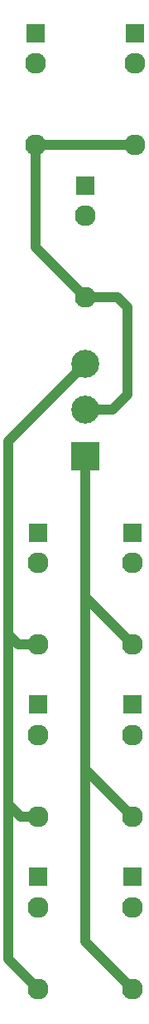
<source format=gbr>
%TF.GenerationSoftware,KiCad,Pcbnew,(5.1.8)-1*%
%TF.CreationDate,2021-01-05T22:18:11+01:00*%
%TF.ProjectId,Paco,5061636f-2e6b-4696-9361-645f70636258,rev?*%
%TF.SameCoordinates,Original*%
%TF.FileFunction,Copper,L1,Top*%
%TF.FilePolarity,Positive*%
%FSLAX46Y46*%
G04 Gerber Fmt 4.6, Leading zero omitted, Abs format (unit mm)*
G04 Created by KiCad (PCBNEW (5.1.8)-1) date 2021-01-05 22:18:11*
%MOMM*%
%LPD*%
G01*
G04 APERTURE LIST*
%TA.AperFunction,ComponentPad*%
%ADD10C,2.130000*%
%TD*%
%TA.AperFunction,ComponentPad*%
%ADD11R,1.930000X1.830000*%
%TD*%
%TA.AperFunction,ComponentPad*%
%ADD12C,2.850000*%
%TD*%
%TA.AperFunction,ComponentPad*%
%ADD13R,2.850000X2.850000*%
%TD*%
%TA.AperFunction,Conductor*%
%ADD14C,1.000000*%
%TD*%
G04 APERTURE END LIST*
D10*
%TO.P,J9,T*%
%TO.N,Net-(J3-PadT)*%
X116586000Y-150338000D03*
D11*
%TO.P,J9,S*%
%TO.N,GND*%
X116586000Y-138938000D03*
D10*
%TO.P,J9,TN*%
%TO.N,N/C*%
X116586000Y-142038000D03*
%TD*%
%TO.P,J8,T*%
%TO.N,Net-(J1-PadT)*%
X106934000Y-150338000D03*
D11*
%TO.P,J8,S*%
%TO.N,GND*%
X106934000Y-138938000D03*
D10*
%TO.P,J8,TN*%
%TO.N,N/C*%
X106934000Y-142038000D03*
%TD*%
D12*
%TO.P,SW1,3*%
%TO.N,Net-(J1-PadT)*%
X111760000Y-86740000D03*
%TO.P,SW1,2*%
%TO.N,Net-(J5-PadT)*%
X111760000Y-91440000D03*
D13*
%TO.P,SW1,1*%
%TO.N,Net-(J3-PadT)*%
X111760000Y-96140000D03*
%TD*%
D10*
%TO.P,J4,T*%
%TO.N,Net-(J3-PadT)*%
X116586000Y-132812000D03*
D11*
%TO.P,J4,S*%
%TO.N,GND*%
X116586000Y-121412000D03*
D10*
%TO.P,J4,TN*%
%TO.N,N/C*%
X116586000Y-124512000D03*
%TD*%
%TO.P,J7,T*%
%TO.N,Net-(J5-PadT)*%
X106680000Y-64516000D03*
D11*
%TO.P,J7,S*%
%TO.N,GND*%
X106680000Y-53116000D03*
D10*
%TO.P,J7,TN*%
%TO.N,N/C*%
X106680000Y-56216000D03*
%TD*%
%TO.P,J6,T*%
%TO.N,Net-(J5-PadT)*%
X111760000Y-80010000D03*
D11*
%TO.P,J6,S*%
%TO.N,GND*%
X111760000Y-68610000D03*
D10*
%TO.P,J6,TN*%
%TO.N,N/C*%
X111760000Y-71710000D03*
%TD*%
%TO.P,J5,T*%
%TO.N,Net-(J5-PadT)*%
X116840000Y-64516000D03*
D11*
%TO.P,J5,S*%
%TO.N,GND*%
X116840000Y-53116000D03*
D10*
%TO.P,J5,TN*%
%TO.N,N/C*%
X116840000Y-56216000D03*
%TD*%
%TO.P,J3,T*%
%TO.N,Net-(J3-PadT)*%
X116586000Y-115316000D03*
D11*
%TO.P,J3,S*%
%TO.N,GND*%
X116586000Y-103916000D03*
D10*
%TO.P,J3,TN*%
%TO.N,N/C*%
X116586000Y-107016000D03*
%TD*%
%TO.P,J2,T*%
%TO.N,Net-(J1-PadT)*%
X106934000Y-132812000D03*
D11*
%TO.P,J2,S*%
%TO.N,GND*%
X106934000Y-121412000D03*
D10*
%TO.P,J2,TN*%
%TO.N,N/C*%
X106934000Y-124512000D03*
%TD*%
%TO.P,J1,T*%
%TO.N,Net-(J1-PadT)*%
X106934000Y-115316000D03*
D11*
%TO.P,J1,S*%
%TO.N,GND*%
X106934000Y-103916000D03*
D10*
%TO.P,J1,TN*%
%TO.N,N/C*%
X106934000Y-107016000D03*
%TD*%
D14*
%TO.N,Net-(J1-PadT)*%
X106934000Y-150338000D02*
X103886000Y-147290000D01*
X103886000Y-94614000D02*
X111760000Y-86740000D01*
X104902000Y-115316000D02*
X103886000Y-114300000D01*
X106934000Y-115316000D02*
X104902000Y-115316000D01*
X103886000Y-114300000D02*
X103886000Y-94614000D01*
X105126000Y-132812000D02*
X103886000Y-131572000D01*
X106934000Y-132812000D02*
X105126000Y-132812000D01*
X103886000Y-131572000D02*
X103886000Y-114300000D01*
X103886000Y-147290000D02*
X103886000Y-131572000D01*
%TO.N,Net-(J3-PadT)*%
X111760000Y-110490000D02*
X116586000Y-115316000D01*
X116586000Y-132812000D02*
X111760000Y-127986000D01*
X111760000Y-109728000D02*
X111760000Y-110490000D01*
X111760000Y-96140000D02*
X111760000Y-109728000D01*
X116586000Y-150338000D02*
X111760000Y-145512000D01*
X111760000Y-145512000D02*
X111760000Y-126746000D01*
X111760000Y-126746000D02*
X111760000Y-109728000D01*
X111760000Y-127986000D02*
X111760000Y-126746000D01*
%TO.N,Net-(J5-PadT)*%
X106680000Y-64516000D02*
X116840000Y-64516000D01*
X106680000Y-74930000D02*
X111760000Y-80010000D01*
X106680000Y-64516000D02*
X106680000Y-74930000D01*
X111760000Y-91440000D02*
X114554000Y-91440000D01*
X114554000Y-91440000D02*
X116078000Y-89916000D01*
X116078000Y-89916000D02*
X116078000Y-81026000D01*
X115062000Y-80010000D02*
X111760000Y-80010000D01*
X116078000Y-81026000D02*
X115062000Y-80010000D01*
%TD*%
M02*

</source>
